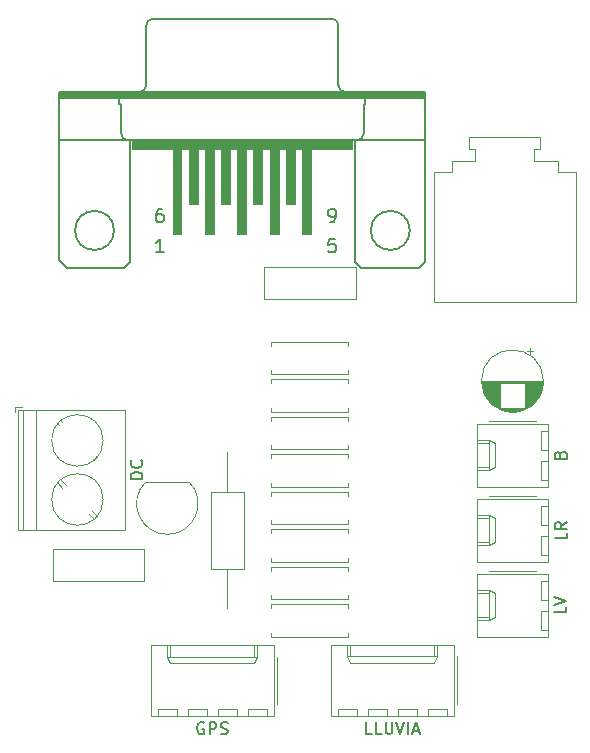
<source format=gbr>
%TF.GenerationSoftware,KiCad,Pcbnew,(6.0.6)*%
%TF.CreationDate,2022-08-24T17:59:29-03:00*%
%TF.ProjectId,hub_exterior,6875625f-6578-4746-9572-696f722e6b69,rev?*%
%TF.SameCoordinates,Original*%
%TF.FileFunction,Legend,Top*%
%TF.FilePolarity,Positive*%
%FSLAX46Y46*%
G04 Gerber Fmt 4.6, Leading zero omitted, Abs format (unit mm)*
G04 Created by KiCad (PCBNEW (6.0.6)) date 2022-08-24 17:59:29*
%MOMM*%
%LPD*%
G01*
G04 APERTURE LIST*
%ADD10C,0.150000*%
%ADD11C,0.127000*%
%ADD12C,0.120000*%
%ADD13C,0.100000*%
%ADD14C,0.152400*%
G04 APERTURE END LIST*
D10*
%TO.C,LV*%
X47732380Y13215952D02*
X47732380Y12739761D01*
X46732380Y12739761D01*
X46732380Y13406428D02*
X47732380Y13739761D01*
X46732380Y14073095D01*
%TO.C,LLUVIA*%
X31305714Y2452619D02*
X30829523Y2452619D01*
X30829523Y3452619D01*
X32115238Y2452619D02*
X31639047Y2452619D01*
X31639047Y3452619D01*
X32448571Y3452619D02*
X32448571Y2643095D01*
X32496190Y2547857D01*
X32543809Y2500238D01*
X32639047Y2452619D01*
X32829523Y2452619D01*
X32924761Y2500238D01*
X32972380Y2547857D01*
X33020000Y2643095D01*
X33020000Y3452619D01*
X33353333Y3452619D02*
X33686666Y2452619D01*
X34020000Y3452619D01*
X34353333Y2452619D02*
X34353333Y3452619D01*
X34781904Y2738333D02*
X35258095Y2738333D01*
X34686666Y2452619D02*
X35020000Y3452619D01*
X35353333Y2452619D01*
%TO.C,LR*%
X47772380Y19494523D02*
X47772380Y19018333D01*
X46772380Y19018333D01*
X47772380Y20399285D02*
X47296190Y20065952D01*
X47772380Y19827857D02*
X46772380Y19827857D01*
X46772380Y20208809D01*
X46820000Y20304047D01*
X46867619Y20351666D01*
X46962857Y20399285D01*
X47105714Y20399285D01*
X47200952Y20351666D01*
X47248571Y20304047D01*
X47296190Y20208809D01*
X47296190Y19827857D01*
%TO.C,DC*%
X11862380Y24043095D02*
X10862380Y24043095D01*
X10862380Y24281190D01*
X10910000Y24424047D01*
X11005238Y24519285D01*
X11100476Y24566904D01*
X11290952Y24614523D01*
X11433809Y24614523D01*
X11624285Y24566904D01*
X11719523Y24519285D01*
X11814761Y24424047D01*
X11862380Y24281190D01*
X11862380Y24043095D01*
X11767142Y25614523D02*
X11814761Y25566904D01*
X11862380Y25424047D01*
X11862380Y25328809D01*
X11814761Y25185952D01*
X11719523Y25090714D01*
X11624285Y25043095D01*
X11433809Y24995476D01*
X11290952Y24995476D01*
X11100476Y25043095D01*
X11005238Y25090714D01*
X10910000Y25185952D01*
X10862380Y25328809D01*
X10862380Y25424047D01*
X10910000Y25566904D01*
X10957619Y25614523D01*
%TO.C,B*%
X47248571Y26106428D02*
X47296190Y26249285D01*
X47343809Y26296904D01*
X47439047Y26344523D01*
X47581904Y26344523D01*
X47677142Y26296904D01*
X47724761Y26249285D01*
X47772380Y26154047D01*
X47772380Y25773095D01*
X46772380Y25773095D01*
X46772380Y26106428D01*
X46820000Y26201666D01*
X46867619Y26249285D01*
X46962857Y26296904D01*
X47058095Y26296904D01*
X47153333Y26249285D01*
X47200952Y26201666D01*
X47248571Y26106428D01*
X47248571Y25773095D01*
%TO.C,GPS*%
X17065714Y3385000D02*
X16970476Y3432619D01*
X16827619Y3432619D01*
X16684761Y3385000D01*
X16589523Y3289761D01*
X16541904Y3194523D01*
X16494285Y3004047D01*
X16494285Y2861190D01*
X16541904Y2670714D01*
X16589523Y2575476D01*
X16684761Y2480238D01*
X16827619Y2432619D01*
X16922857Y2432619D01*
X17065714Y2480238D01*
X17113333Y2527857D01*
X17113333Y2861190D01*
X16922857Y2861190D01*
X17541904Y2432619D02*
X17541904Y3432619D01*
X17922857Y3432619D01*
X18018095Y3385000D01*
X18065714Y3337380D01*
X18113333Y3242142D01*
X18113333Y3099285D01*
X18065714Y3004047D01*
X18018095Y2956428D01*
X17922857Y2908809D01*
X17541904Y2908809D01*
X18494285Y2480238D02*
X18637142Y2432619D01*
X18875238Y2432619D01*
X18970476Y2480238D01*
X19018095Y2527857D01*
X19065714Y2623095D01*
X19065714Y2718333D01*
X19018095Y2813571D01*
X18970476Y2861190D01*
X18875238Y2908809D01*
X18684761Y2956428D01*
X18589523Y3004047D01*
X18541904Y3051666D01*
X18494285Y3146904D01*
X18494285Y3242142D01*
X18541904Y3337380D01*
X18589523Y3385000D01*
X18684761Y3432619D01*
X18922857Y3432619D01*
X19065714Y3385000D01*
D11*
%TO.C,X1*%
X13653407Y43234428D02*
X13000264Y43234428D01*
X13326835Y43234428D02*
X13326835Y44377428D01*
X13217978Y44214142D01*
X13109121Y44105285D01*
X13000264Y44050857D01*
X27714121Y45774428D02*
X27931835Y45774428D01*
X28040692Y45828857D01*
X28095121Y45883285D01*
X28203978Y46046571D01*
X28258407Y46264285D01*
X28258407Y46699714D01*
X28203978Y46808571D01*
X28149550Y46863000D01*
X28040692Y46917428D01*
X27822978Y46917428D01*
X27714121Y46863000D01*
X27659692Y46808571D01*
X27605264Y46699714D01*
X27605264Y46427571D01*
X27659692Y46318714D01*
X27714121Y46264285D01*
X27822978Y46209857D01*
X28040692Y46209857D01*
X28149550Y46264285D01*
X28203978Y46318714D01*
X28258407Y46427571D01*
X28203978Y44377428D02*
X27659692Y44377428D01*
X27605264Y43833142D01*
X27659692Y43887571D01*
X27768550Y43942000D01*
X28040692Y43942000D01*
X28149550Y43887571D01*
X28203978Y43833142D01*
X28258407Y43724285D01*
X28258407Y43452142D01*
X28203978Y43343285D01*
X28149550Y43288857D01*
X28040692Y43234428D01*
X27768550Y43234428D01*
X27659692Y43288857D01*
X27605264Y43343285D01*
X13544550Y46917428D02*
X13326835Y46917428D01*
X13217978Y46863000D01*
X13163550Y46808571D01*
X13054692Y46645285D01*
X13000264Y46427571D01*
X13000264Y45992142D01*
X13054692Y45883285D01*
X13109121Y45828857D01*
X13217978Y45774428D01*
X13435692Y45774428D01*
X13544550Y45828857D01*
X13598978Y45883285D01*
X13653407Y45992142D01*
X13653407Y46264285D01*
X13598978Y46373142D01*
X13544550Y46427571D01*
X13435692Y46482000D01*
X13217978Y46482000D01*
X13109121Y46427571D01*
X13054692Y46373142D01*
X13000264Y46264285D01*
D12*
%TO.C,R8*%
X22765000Y26900000D02*
X22765000Y26570000D01*
X29305000Y29310000D02*
X29305000Y28980000D01*
X22765000Y26570000D02*
X29305000Y26570000D01*
X29305000Y26570000D02*
X29305000Y26900000D01*
X22765000Y28980000D02*
X22765000Y29310000D01*
X22765000Y29310000D02*
X29305000Y29310000D01*
%TO.C,LV*%
X41700000Y14355000D02*
X41700000Y12315000D01*
X46190000Y15985000D02*
X40170000Y15985000D01*
X45590000Y15405000D02*
X45590000Y13805000D01*
X40170000Y14605000D02*
X41170000Y14605000D01*
X46190000Y10685000D02*
X46190000Y15985000D01*
X40170000Y12315000D02*
X41170000Y12315000D01*
X41170000Y14605000D02*
X41170000Y12065000D01*
X45590000Y13805000D02*
X46190000Y13805000D01*
X46190000Y12865000D02*
X45590000Y12865000D01*
X41170000Y14605000D02*
X41700000Y14355000D01*
X45590000Y12865000D02*
X45590000Y11265000D01*
X41170000Y12065000D02*
X40170000Y12065000D01*
X45160000Y16275000D02*
X41160000Y16275000D01*
X40170000Y14355000D02*
X41170000Y14355000D01*
X40170000Y10685000D02*
X46190000Y10685000D01*
X45590000Y11265000D02*
X46190000Y11265000D01*
X46190000Y15405000D02*
X45590000Y15405000D01*
X41700000Y12315000D02*
X41170000Y12065000D01*
X40170000Y15985000D02*
X40170000Y10685000D01*
%TO.C,R6*%
X19050000Y13125000D02*
X19050000Y16435000D01*
X17680000Y16435000D02*
X20420000Y16435000D01*
X20420000Y16435000D02*
X20420000Y22975000D01*
X20420000Y22975000D02*
X17680000Y22975000D01*
X17680000Y22975000D02*
X17680000Y16435000D01*
X19050000Y26285000D02*
X19050000Y22975000D01*
%TO.C,R7*%
X29305000Y35330000D02*
X29305000Y35660000D01*
X29305000Y32920000D02*
X22765000Y32920000D01*
X29305000Y33250000D02*
X29305000Y32920000D01*
X22765000Y32920000D02*
X22765000Y33250000D01*
X29305000Y35660000D02*
X22765000Y35660000D01*
X22765000Y35660000D02*
X22765000Y35330000D01*
%TO.C,C2*%
X4258000Y15394000D02*
X11998000Y15394000D01*
X4258000Y18134000D02*
X11998000Y18134000D01*
X4258000Y18134000D02*
X4258000Y15394000D01*
X11998000Y18134000D02*
X11998000Y15394000D01*
%TO.C,LLUVIA*%
X36830000Y9015000D02*
X36580000Y8485000D01*
X28410000Y4595000D02*
X28410000Y3995000D01*
X37630000Y4595000D02*
X36030000Y4595000D01*
X27830000Y3995000D02*
X38210000Y3995000D01*
X30950000Y4595000D02*
X30950000Y3995000D01*
X35090000Y4595000D02*
X33490000Y4595000D01*
X36830000Y9015000D02*
X29210000Y9015000D01*
X29210000Y9015000D02*
X29210000Y10015000D01*
X33490000Y4595000D02*
X33490000Y3995000D01*
X38500000Y5025000D02*
X38500000Y9025000D01*
X36580000Y10015000D02*
X36580000Y9015000D01*
X36580000Y8485000D02*
X29460000Y8485000D01*
X38210000Y3995000D02*
X38210000Y10015000D01*
X32550000Y3995000D02*
X32550000Y4595000D01*
X27830000Y10015000D02*
X27830000Y3995000D01*
X36830000Y10015000D02*
X36830000Y9015000D01*
X37630000Y3995000D02*
X37630000Y4595000D01*
X32550000Y4595000D02*
X30950000Y4595000D01*
X30010000Y3995000D02*
X30010000Y4595000D01*
X38210000Y10015000D02*
X27830000Y10015000D01*
X35090000Y3995000D02*
X35090000Y4595000D01*
X30010000Y4595000D02*
X28410000Y4595000D01*
X29460000Y8485000D02*
X29210000Y9015000D01*
X29460000Y10015000D02*
X29460000Y9015000D01*
X36030000Y4595000D02*
X36030000Y3995000D01*
%TO.C,LR*%
X45630000Y21755000D02*
X45630000Y20155000D01*
X46230000Y17035000D02*
X46230000Y22335000D01*
X41210000Y18415000D02*
X40210000Y18415000D01*
X40210000Y22335000D02*
X40210000Y17035000D01*
X45630000Y20155000D02*
X46230000Y20155000D01*
X46230000Y21755000D02*
X45630000Y21755000D01*
X40210000Y20705000D02*
X41210000Y20705000D01*
X45630000Y17615000D02*
X46230000Y17615000D01*
X45200000Y22625000D02*
X41200000Y22625000D01*
X40210000Y18665000D02*
X41210000Y18665000D01*
X46230000Y22335000D02*
X40210000Y22335000D01*
X41740000Y20705000D02*
X41740000Y18665000D01*
X41210000Y20955000D02*
X41740000Y20705000D01*
X40210000Y20955000D02*
X41210000Y20955000D01*
X46230000Y19215000D02*
X45630000Y19215000D01*
X41740000Y18665000D02*
X41210000Y18415000D01*
X40210000Y17035000D02*
X46230000Y17035000D01*
X45630000Y19215000D02*
X45630000Y17615000D01*
X41210000Y20955000D02*
X41210000Y18415000D01*
%TO.C,DC*%
X8004000Y25917000D02*
X7897000Y26024000D01*
X10410000Y29865000D02*
X10410000Y19745000D01*
X10410000Y19745000D02*
X1290000Y19745000D01*
X7738000Y20651000D02*
X7342000Y21046000D01*
X1290000Y29865000D02*
X1290000Y19745000D01*
X4803000Y28587000D02*
X4696000Y28693000D01*
X5076000Y23312000D02*
X4696000Y23692000D01*
X7738000Y25651000D02*
X7631000Y25758000D01*
X5069000Y28853000D02*
X4962000Y28959000D01*
X2850000Y29865000D02*
X2850000Y19745000D01*
X5358000Y23563000D02*
X4962000Y23958000D01*
X1050000Y30105000D02*
X1050000Y29705000D01*
X1750000Y29865000D02*
X1750000Y19745000D01*
X8004000Y20917000D02*
X7624000Y21297000D01*
X10410000Y29865000D02*
X1290000Y29865000D01*
X1690000Y30105000D02*
X1050000Y30105000D01*
X8530000Y27305000D02*
G75*
G03*
X8530000Y27305000I-2180000J0D01*
G01*
X8530000Y22305000D02*
G75*
G03*
X8530000Y22305000I-2180000J0D01*
G01*
%TO.C,R2*%
X29305000Y20220000D02*
X29305000Y20550000D01*
X22765000Y20220000D02*
X29305000Y20220000D01*
X22765000Y22960000D02*
X29305000Y22960000D01*
X22765000Y22630000D02*
X22765000Y22960000D01*
X29305000Y22960000D02*
X29305000Y22630000D01*
X22765000Y20550000D02*
X22765000Y20220000D01*
%TO.C,Q1*%
X15770000Y23800000D02*
X12170000Y23800000D01*
X12131522Y23788478D02*
G75*
G03*
X13970000Y19350000I1838478J-1838478D01*
G01*
X13970000Y19349999D02*
G75*
G03*
X15808478Y23788478I0J2600001D01*
G01*
%TO.C,C1*%
X29925000Y42010000D02*
X22185000Y42010000D01*
X29925000Y39270000D02*
X29925000Y42010000D01*
X22185000Y39270000D02*
X22185000Y42010000D01*
X29925000Y39270000D02*
X22185000Y39270000D01*
%TO.C,R4*%
X29305000Y13435000D02*
X29305000Y13105000D01*
X22765000Y13435000D02*
X29305000Y13435000D01*
X22765000Y10695000D02*
X29305000Y10695000D01*
X22765000Y11025000D02*
X22765000Y10695000D01*
X29305000Y10695000D02*
X29305000Y11025000D01*
X22765000Y13105000D02*
X22765000Y13435000D01*
%TO.C,B*%
X41210000Y24765000D02*
X40210000Y24765000D01*
X40210000Y25015000D02*
X41210000Y25015000D01*
X40210000Y27055000D02*
X41210000Y27055000D01*
X45630000Y23965000D02*
X46230000Y23965000D01*
X46230000Y28685000D02*
X40210000Y28685000D01*
X41740000Y27055000D02*
X41740000Y25015000D01*
X45630000Y28105000D02*
X45630000Y26505000D01*
X41210000Y27305000D02*
X41210000Y24765000D01*
X45200000Y28975000D02*
X41200000Y28975000D01*
X40210000Y23385000D02*
X46230000Y23385000D01*
X40210000Y28685000D02*
X40210000Y23385000D01*
X40210000Y27305000D02*
X41210000Y27305000D01*
X46230000Y23385000D02*
X46230000Y28685000D01*
X41210000Y27305000D02*
X41740000Y27055000D01*
X45630000Y25565000D02*
X45630000Y23965000D01*
X46230000Y25565000D02*
X45630000Y25565000D01*
X46230000Y28105000D02*
X45630000Y28105000D01*
X41740000Y25015000D02*
X41210000Y24765000D01*
X45630000Y26505000D02*
X46230000Y26505000D01*
%TO.C,GPS*%
X15710000Y4575000D02*
X15710000Y3975000D01*
X21590000Y8995000D02*
X13970000Y8995000D01*
X19850000Y4575000D02*
X18250000Y4575000D01*
X13170000Y4575000D02*
X13170000Y3975000D01*
X12590000Y3975000D02*
X22970000Y3975000D01*
X18250000Y4575000D02*
X18250000Y3975000D01*
X14770000Y3975000D02*
X14770000Y4575000D01*
X21590000Y9995000D02*
X21590000Y8995000D01*
X22970000Y3975000D02*
X22970000Y9995000D01*
X22390000Y4575000D02*
X20790000Y4575000D01*
X21340000Y8465000D02*
X14220000Y8465000D01*
X17310000Y4575000D02*
X15710000Y4575000D01*
X22390000Y3975000D02*
X22390000Y4575000D01*
X21590000Y8995000D02*
X21340000Y8465000D01*
X14220000Y9995000D02*
X14220000Y8995000D01*
X13970000Y8995000D02*
X13970000Y9995000D01*
X14770000Y4575000D02*
X13170000Y4575000D01*
X20790000Y4575000D02*
X20790000Y3975000D01*
X14220000Y8465000D02*
X13970000Y8995000D01*
X12590000Y9995000D02*
X12590000Y3975000D01*
X21340000Y9995000D02*
X21340000Y8995000D01*
X22970000Y9995000D02*
X12590000Y9995000D01*
X17310000Y3975000D02*
X17310000Y4575000D01*
X23260000Y5005000D02*
X23260000Y9005000D01*
X19850000Y3975000D02*
X19850000Y4575000D01*
%TO.C,R5*%
X22765000Y16610000D02*
X29305000Y16610000D01*
X29305000Y16610000D02*
X29305000Y16280000D01*
X22765000Y13870000D02*
X29305000Y13870000D01*
X22765000Y14200000D02*
X22765000Y13870000D01*
X29305000Y13870000D02*
X29305000Y14200000D01*
X22765000Y16280000D02*
X22765000Y16610000D01*
%TO.C,C3*%
X45660000Y31619112D02*
X44220000Y31619112D01*
X45329000Y30899112D02*
X44220000Y30899112D01*
X45215000Y30739112D02*
X44220000Y30739112D01*
X44680000Y30219112D02*
X44220000Y30219112D01*
X42140000Y30899112D02*
X41031000Y30899112D01*
X42140000Y31660112D02*
X40689000Y31660112D01*
X43698000Y29779112D02*
X42662000Y29779112D01*
X42140000Y30139112D02*
X41797000Y30139112D01*
X45184000Y30699112D02*
X44220000Y30699112D01*
X42140000Y31940112D02*
X40630000Y31940112D01*
X45044000Y30539112D02*
X44220000Y30539112D01*
X44278000Y29979112D02*
X42082000Y29979112D01*
X45528000Y31259112D02*
X44220000Y31259112D01*
X42140000Y31259112D02*
X40832000Y31259112D01*
X45736000Y31980112D02*
X44220000Y31980112D01*
X42140000Y30179112D02*
X41737000Y30179112D01*
X45275000Y30819112D02*
X44220000Y30819112D01*
X42140000Y31539112D02*
X40725000Y31539112D01*
X42140000Y31219112D02*
X40851000Y31219112D01*
X45756000Y32180112D02*
X40604000Y32180112D01*
X45302000Y30859112D02*
X44220000Y30859112D01*
X45151000Y30659112D02*
X44220000Y30659112D01*
X45741000Y32020112D02*
X44220000Y32020112D01*
X44623000Y30179112D02*
X44220000Y30179112D01*
X45081000Y30579112D02*
X44220000Y30579112D01*
X42140000Y30259112D02*
X41626000Y30259112D01*
X45355000Y30939112D02*
X44220000Y30939112D01*
X42140000Y31820112D02*
X40652000Y31820112D01*
X42140000Y30859112D02*
X41058000Y30859112D01*
X42140000Y31059112D02*
X40933000Y31059112D01*
X42140000Y30699112D02*
X41176000Y30699112D01*
X42140000Y30619112D02*
X41243000Y30619112D01*
X45608000Y31459112D02*
X44220000Y31459112D01*
X44965000Y30459112D02*
X44220000Y30459112D01*
X45490000Y31179112D02*
X44220000Y31179112D01*
X45562000Y31339112D02*
X44220000Y31339112D01*
X45427000Y31059112D02*
X44220000Y31059112D01*
X45006000Y30499112D02*
X44220000Y30499112D01*
X42140000Y31980112D02*
X40624000Y31980112D01*
X42140000Y31459112D02*
X40752000Y31459112D01*
X43985000Y29859112D02*
X42375000Y29859112D01*
X45730000Y31940112D02*
X44220000Y31940112D01*
X42140000Y32100112D02*
X40611000Y32100112D01*
X42140000Y31339112D02*
X40798000Y31339112D01*
X45117000Y30619112D02*
X44220000Y30619112D01*
X44879000Y30379112D02*
X44220000Y30379112D01*
X45759000Y32260112D02*
X40601000Y32260112D01*
X42140000Y32060112D02*
X40615000Y32060112D01*
X45760000Y32340112D02*
X40600000Y32340112D01*
X42140000Y30459112D02*
X41395000Y30459112D01*
X45594000Y31419112D02*
X44220000Y31419112D01*
X45723000Y31900112D02*
X44220000Y31900112D01*
X45745000Y32060112D02*
X44220000Y32060112D01*
X45509000Y31219112D02*
X44220000Y31219112D01*
X42140000Y31299112D02*
X40815000Y31299112D01*
X44191000Y29939112D02*
X42169000Y29939112D01*
X42140000Y31379112D02*
X40782000Y31379112D01*
X45760000Y32300112D02*
X40600000Y32300112D01*
X42140000Y31700112D02*
X40679000Y31700112D01*
X45245000Y30779112D02*
X44220000Y30779112D01*
X42140000Y31780112D02*
X40660000Y31780112D01*
X42140000Y31099112D02*
X40912000Y31099112D01*
X42140000Y30059112D02*
X41929000Y30059112D01*
X45671000Y31660112D02*
X44220000Y31660112D01*
X42140000Y31579112D02*
X40712000Y31579112D01*
X42140000Y30779112D02*
X41115000Y30779112D01*
X42140000Y30219112D02*
X41680000Y30219112D01*
X42140000Y30579112D02*
X41279000Y30579112D01*
X42140000Y31019112D02*
X40956000Y31019112D01*
X45635000Y31539112D02*
X44220000Y31539112D01*
X45380000Y30979112D02*
X44220000Y30979112D01*
X44431000Y30059112D02*
X44220000Y30059112D01*
X42140000Y30939112D02*
X41005000Y30939112D01*
X43464000Y29739112D02*
X42896000Y29739112D01*
X42140000Y30499112D02*
X41354000Y30499112D01*
X42140000Y30539112D02*
X41316000Y30539112D01*
X42140000Y31900112D02*
X40637000Y31900112D01*
X42140000Y31179112D02*
X40870000Y31179112D01*
X44785000Y30299112D02*
X44220000Y30299112D01*
X44655000Y35144887D02*
X44655000Y34644887D01*
X44499000Y30099112D02*
X44220000Y30099112D01*
X45545000Y31299112D02*
X44220000Y31299112D01*
X45758000Y32220112D02*
X40602000Y32220112D01*
X42140000Y30819112D02*
X41085000Y30819112D01*
X43857000Y29819112D02*
X42503000Y29819112D01*
X45681000Y31700112D02*
X44220000Y31700112D01*
X42140000Y31740112D02*
X40669000Y31740112D01*
X42140000Y31499112D02*
X40738000Y31499112D01*
X44905000Y34894887D02*
X44405000Y34894887D01*
X42140000Y30739112D02*
X41145000Y30739112D01*
X45708000Y31820112D02*
X44220000Y31820112D01*
X44734000Y30259112D02*
X44220000Y30259112D01*
X44358000Y30019112D02*
X42002000Y30019112D01*
X42140000Y30099112D02*
X41861000Y30099112D01*
X44095000Y29899112D02*
X42265000Y29899112D01*
X42140000Y32020112D02*
X40619000Y32020112D01*
X42140000Y30659112D02*
X41209000Y30659112D01*
X42140000Y30419112D02*
X41437000Y30419112D01*
X45648000Y31579112D02*
X44220000Y31579112D01*
X45470000Y31139112D02*
X44220000Y31139112D01*
X45749000Y32100112D02*
X44220000Y32100112D01*
X42140000Y31419112D02*
X40766000Y31419112D01*
X42140000Y31860112D02*
X40644000Y31860112D01*
X42140000Y30979112D02*
X40980000Y30979112D01*
X44833000Y30339112D02*
X44220000Y30339112D01*
X42140000Y30299112D02*
X41575000Y30299112D01*
X42140000Y31619112D02*
X40700000Y31619112D01*
X45448000Y31099112D02*
X44220000Y31099112D01*
X44923000Y30419112D02*
X44220000Y30419112D01*
X45716000Y31860112D02*
X44220000Y31860112D01*
X44563000Y30139112D02*
X44220000Y30139112D01*
X45691000Y31740112D02*
X44220000Y31740112D01*
X45622000Y31499112D02*
X44220000Y31499112D01*
X42140000Y30379112D02*
X41481000Y30379112D01*
X45753000Y32140112D02*
X40607000Y32140112D01*
X45404000Y31019112D02*
X44220000Y31019112D01*
X45578000Y31379112D02*
X44220000Y31379112D01*
X45700000Y31780112D02*
X44220000Y31780112D01*
X42140000Y31139112D02*
X40890000Y31139112D01*
X42140000Y30339112D02*
X41527000Y30339112D01*
X45800000Y32340112D02*
G75*
G03*
X45800000Y32340112I-2620000J0D01*
G01*
%TO.C,R3*%
X29305000Y26135000D02*
X29305000Y25805000D01*
X22765000Y23725000D02*
X22765000Y23395000D01*
X22765000Y23395000D02*
X29305000Y23395000D01*
X22765000Y25805000D02*
X22765000Y26135000D01*
X22765000Y26135000D02*
X29305000Y26135000D01*
X29305000Y23395000D02*
X29305000Y23725000D01*
D13*
%TO.C,U$1*%
X45045000Y51990000D02*
X45045000Y50990000D01*
X47045000Y49990000D02*
X47045000Y50990000D01*
X45545000Y52990000D02*
X39545000Y52990000D01*
X45545000Y52990000D02*
X45545000Y51990000D01*
X45545000Y51990000D02*
X45045000Y51990000D01*
X38045000Y49990000D02*
X38045000Y50990000D01*
X38045000Y50990000D02*
X39545000Y50990000D01*
X48545000Y49990000D02*
X47045000Y49990000D01*
X40045000Y50990000D02*
X40045000Y51990000D01*
X36545000Y49990000D02*
X36545000Y38990000D01*
X36545000Y49990000D02*
X38045000Y49990000D01*
X48545000Y38990000D02*
X36545000Y38990000D01*
X48545000Y49990000D02*
X48545000Y38990000D01*
X45045000Y50990000D02*
X45545000Y50990000D01*
X47045000Y50990000D02*
X45545000Y50990000D01*
X39545000Y52990000D02*
X39545000Y51990000D01*
X39545000Y50990000D02*
X40045000Y50990000D01*
X40045000Y51990000D02*
X39545000Y51990000D01*
D12*
%TO.C,R1*%
X22765000Y17375000D02*
X22765000Y17045000D01*
X22765000Y19785000D02*
X29305000Y19785000D01*
X29305000Y17045000D02*
X29305000Y17375000D01*
X22765000Y19455000D02*
X22765000Y19785000D01*
X22765000Y17045000D02*
X29305000Y17045000D01*
X29305000Y19785000D02*
X29305000Y19455000D01*
D14*
%TO.C,X1*%
X9906000Y55753000D02*
X10033000Y55753000D01*
X29845000Y42418000D02*
X29845000Y52705000D01*
X11049000Y51943000D02*
X29591000Y51943000D01*
X9906000Y56261000D02*
X30734000Y56261000D01*
X4826000Y42545000D02*
X4826000Y52578000D01*
X4826000Y56261000D02*
X7366000Y56261000D01*
X10033000Y53340000D02*
X10033000Y55753000D01*
X33274000Y56261000D02*
X35814000Y56261000D01*
X4826000Y56261000D02*
X4826000Y56769000D01*
X35814000Y42418000D02*
X35814000Y52578000D01*
X29845000Y52705000D02*
X30734000Y52705000D01*
X35814000Y52705000D02*
X35814000Y52578000D01*
X9906000Y52705000D02*
X10795000Y52705000D01*
X35814000Y56769000D02*
X35814000Y56261000D01*
X4826000Y52705000D02*
X4826000Y55753000D01*
X10287000Y41910000D02*
X5461000Y41910000D01*
X27686000Y62992000D02*
X27940000Y62992000D01*
X12573000Y56769000D02*
X28067000Y56769000D01*
X30353000Y41910000D02*
X35306000Y41910000D01*
X11049000Y52705000D02*
X11049000Y51943000D01*
X12954000Y62992000D02*
X27686000Y62992000D01*
X4826000Y52705000D02*
X9906000Y52705000D01*
X7366000Y56261000D02*
X9906000Y56261000D01*
X5461000Y41910000D02*
X4826000Y42545000D01*
X35814000Y56261000D02*
X35814000Y55753000D01*
X11049000Y52705000D02*
X29591000Y52705000D01*
X29591000Y52705000D02*
X29845000Y52705000D01*
X4826000Y55753000D02*
X4826000Y56261000D01*
X35306000Y41910000D02*
X35814000Y42418000D01*
X12192000Y57404000D02*
X12192000Y62484000D01*
X10287000Y41910000D02*
X10795000Y42418000D01*
X35814000Y55753000D02*
X35814000Y52705000D01*
X29845000Y42418000D02*
X30353000Y41910000D01*
X30734000Y55753000D02*
X30734000Y56261000D01*
X4826000Y56769000D02*
X12573000Y56769000D01*
X9906000Y55753000D02*
X9906000Y56261000D01*
X30734000Y56261000D02*
X33274000Y56261000D01*
X30607000Y53340000D02*
X30607000Y55753000D01*
X29591000Y52705000D02*
X29591000Y51943000D01*
X28067000Y56769000D02*
X35814000Y56769000D01*
X10795000Y42418000D02*
X10795000Y52705000D01*
X12700000Y62992000D02*
X12954000Y62992000D01*
X30607000Y55753000D02*
X30734000Y55753000D01*
X28448000Y57404000D02*
X28448000Y62484000D01*
X30734000Y52705000D02*
X35814000Y52705000D01*
X10795000Y52705000D02*
X11049000Y52705000D01*
X4826000Y52705000D02*
X4826000Y52578000D01*
X28448000Y62484000D02*
G75*
G03*
X27940000Y62992000I-508000J0D01*
G01*
X12700000Y62992000D02*
G75*
G03*
X12192000Y62484000I1J-508001D01*
G01*
X28448000Y57404000D02*
G75*
G03*
X29083000Y56769000I635000J0D01*
G01*
X29972000Y52705000D02*
G75*
G03*
X30607000Y53340000I0J635000D01*
G01*
X11557000Y56769000D02*
G75*
G03*
X12192000Y57404000I1J634999D01*
G01*
X10033000Y53340000D02*
G75*
G03*
X10668000Y52705000I634999J-1D01*
G01*
X9448800Y45085000D02*
G75*
G03*
X9448800Y45085000I-1651000J0D01*
G01*
X34493200Y45085000D02*
G75*
G03*
X34493200Y45085000I-1651000J0D01*
G01*
G36*
X15240000Y44704000D02*
G01*
X14427200Y44704000D01*
X14427200Y51943000D01*
X15240000Y51943000D01*
X15240000Y44704000D01*
G37*
G36*
X26212800Y44704000D02*
G01*
X25400000Y44704000D01*
X25400000Y51943000D01*
X26212800Y51943000D01*
X26212800Y44704000D01*
G37*
G36*
X17983200Y44704000D02*
G01*
X17170400Y44704000D01*
X17170400Y51943000D01*
X17983200Y51943000D01*
X17983200Y44704000D01*
G37*
G36*
X20701000Y44704000D02*
G01*
X19888200Y44704000D01*
X19888200Y51943000D01*
X20701000Y51943000D01*
X20701000Y44704000D01*
G37*
G36*
X16611600Y47244000D02*
G01*
X15798800Y47244000D01*
X15798800Y51943000D01*
X16611600Y51943000D01*
X16611600Y47244000D01*
G37*
G36*
X29591000Y51943000D02*
G01*
X11049000Y51943000D01*
X11049000Y52705000D01*
X29591000Y52705000D01*
X29591000Y51943000D01*
G37*
G36*
X19354800Y47244000D02*
G01*
X18542000Y47244000D01*
X18542000Y51943000D01*
X19354800Y51943000D01*
X19354800Y47244000D01*
G37*
G36*
X22072600Y47244000D02*
G01*
X21259800Y47244000D01*
X21259800Y51943000D01*
X22072600Y51943000D01*
X22072600Y47244000D01*
G37*
G36*
X35814000Y56261000D02*
G01*
X4826000Y56261000D01*
X4826000Y56769000D01*
X35814000Y56769000D01*
X35814000Y56261000D01*
G37*
G36*
X24841200Y47244000D02*
G01*
X24028400Y47244000D01*
X24028400Y51943000D01*
X24841200Y51943000D01*
X24841200Y47244000D01*
G37*
G36*
X23469600Y44704000D02*
G01*
X22656800Y44704000D01*
X22656800Y51943000D01*
X23469600Y51943000D01*
X23469600Y44704000D01*
G37*
D12*
%TO.C,R9*%
X29305000Y32155000D02*
X29305000Y32485000D01*
X29305000Y32485000D02*
X22765000Y32485000D01*
X29305000Y29745000D02*
X22765000Y29745000D01*
X22765000Y29745000D02*
X22765000Y30075000D01*
X22765000Y32485000D02*
X22765000Y32155000D01*
X29305000Y30075000D02*
X29305000Y29745000D01*
%TD*%
M02*

</source>
